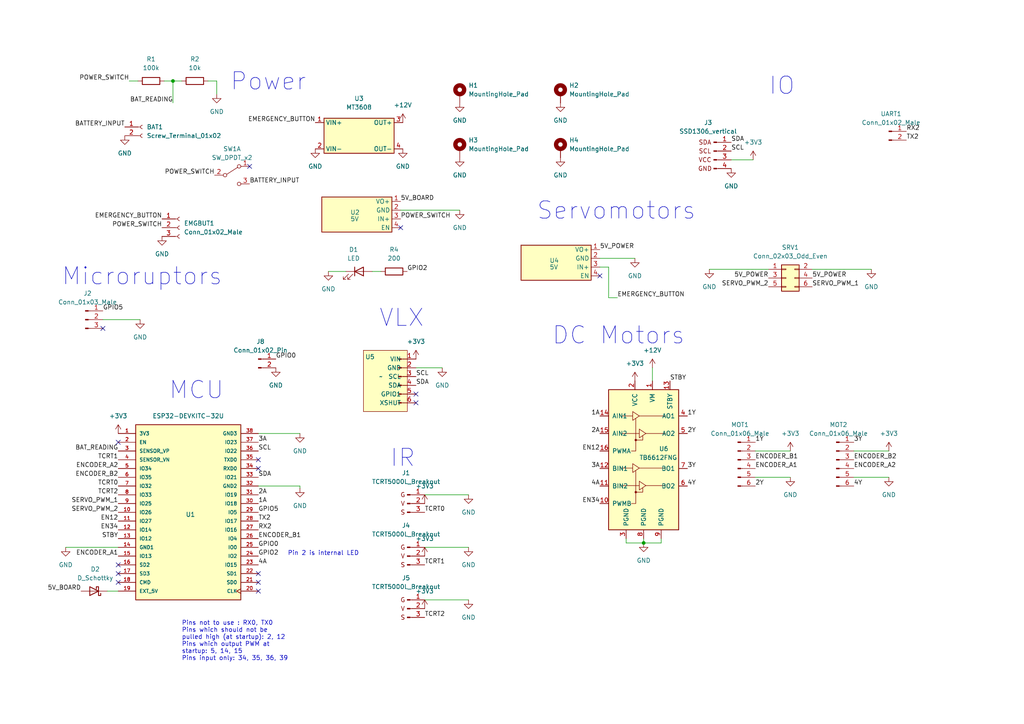
<source format=kicad_sch>
(kicad_sch (version 20230121) (generator eeschema)
  (paper "A4")
  (title_block (comment 1 "First version of stepper PAMI board (2023-10)"))
  (lib_symbols
    (symbol "Connector:Conn_01x02_Female" (pin_names (offset 1.016) hide)
      (property "Reference" "J" (at 0 2.54 0))
      (property "Value" "Conn_01x02_Female" (at 0 -5.08 0))
      (symbol "Conn_01x02_Female_1_1"
        (arc (start 0 -2.032) (mid -0.5058 -2.54) (end 0 -3.048) (stroke (width 0.1524)))
        (polyline (pts (xy -1.27 -2.54) (xy -0.508 -2.54)) (stroke (width 0.1524)))
        (polyline (pts (xy -1.27 0) (xy -0.508 0)) (stroke (width 0.1524)))
        (arc (start 0 0.508) (mid -0.5058 0) (end 0 -0.508) (stroke (width 0.1524)))
        (pin passive line (at -5.08 0 0) (length 3.81) (name "Pin_1") (number "1"))
        (pin passive line (at -5.08 -2.54 0) (length 3.81) (name "Pin_2") (number "2"))
      )
    )
    (symbol "Connector:Conn_01x02_Male" (pin_names (offset 1.016) hide)
      (property "Reference" "J" (at 0 2.54 0))
      (property "Value" "Conn_01x02_Male" (at 0 -5.08 0))
      (symbol "Conn_01x02_Male_1_1"
        (polyline (pts (xy 1.27 -2.54) (xy 0.8636 -2.54)) (stroke (width 0.1524)))
        (polyline (pts (xy 1.27 0) (xy 0.8636 0)) (stroke (width 0.1524)))
        (rectangle (start 0.8636 -2.413) (end 0 -2.667) (stroke (width 0.1524)) (fill (type outline)))
        (rectangle (start 0.8636 0.127) (end 0 -0.127) (stroke (width 0.1524)) (fill (type outline)))
        (pin passive line (at 5.08 0 180) (length 3.81) (name "Pin_1") (number "1"))
        (pin passive line (at 5.08 -2.54 180) (length 3.81) (name "Pin_2") (number "2"))
      )
    )
    (symbol "Connector:Conn_01x02_Pin" (pin_names (offset 1.016) hide)
      (property "Reference" "J" (at 0 2.54 0))
      (property "Value" "Conn_01x02_Pin" (at 0 -5.08 0))
      (symbol "Conn_01x02_Pin_1_1"
        (polyline (pts (xy 1.27 -2.54) (xy 0.8636 -2.54)) (stroke (width 0.1524)))
        (polyline (pts (xy 1.27 0) (xy 0.8636 0)) (stroke (width 0.1524)))
        (rectangle (start 0.8636 -2.413) (end 0 -2.667) (stroke (width 0.1524)) (fill (type outline)))
        (rectangle (start 0.8636 0.127) (end 0 -0.127) (stroke (width 0.1524)) (fill (type outline)))
        (pin passive line (at 5.08 0 180) (length 3.81) (name "Pin_1") (number "1"))
        (pin passive line (at 5.08 -2.54 180) (length 3.81) (name "Pin_2") (number "2"))
      )
    )
    (symbol "Connector:Conn_01x03_Female" (pin_names (offset 1.016) hide)
      (property "Reference" "J" (at 0 5.08 0))
      (property "Value" "Conn_01x03_Female" (at 0 -5.08 0))
      (symbol "Conn_01x03_Female_1_1"
        (arc (start 0 -2.032) (mid -0.5058 -2.54) (end 0 -3.048) (stroke (width 0.1524)))
        (polyline (pts (xy -1.27 -2.54) (xy -0.508 -2.54)) (stroke (width 0.1524)))
        (polyline (pts (xy -1.27 0) (xy -0.508 0)) (stroke (width 0.1524)))
        (polyline (pts (xy -1.27 2.54) (xy -0.508 2.54)) (stroke (width 0.1524)))
        (arc (start 0 0.508) (mid -0.5058 0) (end 0 -0.508) (stroke (width 0.1524)))
        (arc (start 0 3.048) (mid -0.5058 2.54) (end 0 2.032) (stroke (width 0.1524)))
        (pin passive line (at -5.08 2.54 0) (length 3.81) (name "Pin_1") (number "1"))
        (pin passive line (at -5.08 0 0) (length 3.81) (name "Pin_2") (number "2"))
        (pin passive line (at -5.08 -2.54 0) (length 3.81) (name "Pin_3") (number "3"))
      )
    )
    (symbol "Connector:Conn_01x03_Male" (pin_names (offset 1.016) hide)
      (property "Reference" "J" (at 0 5.08 0))
      (property "Value" "Conn_01x03_Male" (at 0 -5.08 0))
      (symbol "Conn_01x03_Male_1_1"
        (polyline (pts (xy 1.27 -2.54) (xy 0.8636 -2.54)) (stroke (width 0.1524)))
        (polyline (pts (xy 1.27 0) (xy 0.8636 0)) (stroke (width 0.1524)))
        (polyline (pts (xy 1.27 2.54) (xy 0.8636 2.54)) (stroke (width 0.1524)))
        (rectangle (start 0.8636 -2.413) (end 0 -2.667) (stroke (width 0.1524)) (fill (type outline)))
        (rectangle (start 0.8636 0.127) (end 0 -0.127) (stroke (width 0.1524)) (fill (type outline)))
        (rectangle (start 0.8636 2.667) (end 0 2.413) (stroke (width 0.1524)) (fill (type outline)))
        (pin passive line (at 5.08 2.54 180) (length 3.81) (name "Pin_1") (number "1"))
        (pin passive line (at 5.08 0 180) (length 3.81) (name "Pin_2") (number "2"))
        (pin passive line (at 5.08 -2.54 180) (length 3.81) (name "Pin_3") (number "3"))
      )
    )
    (symbol "Connector:Conn_01x06_Male" (pin_names (offset 1.016) hide)
      (property "Reference" "J" (at 0 7.62 0))
      (property "Value" "Conn_01x06_Male" (at 0 -10.16 0))
      (symbol "Conn_01x06_Male_1_1"
        (polyline (pts (xy 1.27 -7.62) (xy 0.8636 -7.62)) (stroke (width 0.1524)))
        (polyline (pts (xy 1.27 -5.08) (xy 0.8636 -5.08)) (stroke (width 0.1524)))
        (polyline (pts (xy 1.27 -2.54) (xy 0.8636 -2.54)) (stroke (width 0.1524)))
        (polyline (pts (xy 1.27 0) (xy 0.8636 0)) (stroke (width 0.1524)))
        (polyline (pts (xy 1.27 2.54) (xy 0.8636 2.54)) (stroke (width 0.1524)))
        (polyline (pts (xy 1.27 5.08) (xy 0.8636 5.08)) (stroke (width 0.1524)))
        (rectangle (start 0.8636 -7.493) (end 0 -7.747) (stroke (width 0.1524)) (fill (type outline)))
        (rectangle (start 0.8636 -4.953) (end 0 -5.207) (stroke (width 0.1524)) (fill (type outline)))
        (rectangle (start 0.8636 -2.413) (end 0 -2.667) (stroke (width 0.1524)) (fill (type outline)))
        (rectangle (start 0.8636 0.127) (end 0 -0.127) (stroke (width 0.1524)) (fill (type outline)))
        (rectangle (start 0.8636 2.667) (end 0 2.413) (stroke (width 0.1524)) (fill (type outline)))
        (rectangle (start 0.8636 5.207) (end 0 4.953) (stroke (width 0.1524)) (fill (type outline)))
        (pin passive line (at 5.08 5.08 180) (length 3.81) (name "Pin_1") (number "1"))
        (pin passive line (at 5.08 2.54 180) (length 3.81) (name "Pin_2") (number "2"))
        (pin passive line (at 5.08 0 180) (length 3.81) (name "Pin_3") (number "3"))
        (pin passive line (at 5.08 -2.54 180) (length 3.81) (name "Pin_4") (number "4"))
        (pin passive line (at 5.08 -5.08 180) (length 3.81) (name "Pin_5") (number "5"))
        (pin passive line (at 5.08 -7.62 180) (length 3.81) (name "Pin_6") (number "6"))
      )
    )
    (symbol "Connector_Generic:Conn_02x03_Odd_Even" (pin_names (offset 1.016) hide)
      (property "Reference" "J" (at 1.27 5.08 0))
      (property "Value" "Conn_02x03_Odd_Even" (at 1.27 -5.08 0))
      (symbol "Conn_02x03_Odd_Even_1_1"
        (rectangle (start -1.27 -2.413) (end 0 -2.667) (stroke (width 0.1524)))
        (rectangle (start -1.27 0.127) (end 0 -0.127) (stroke (width 0.1524)))
        (rectangle (start -1.27 2.667) (end 0 2.413) (stroke (width 0.1524)))
        (rectangle (start -1.27 3.81) (end 3.81 -3.81) (stroke (width 0.254)) (fill (type background)))
        (rectangle (start 3.81 -2.413) (end 2.54 -2.667) (stroke (width 0.1524)))
        (rectangle (start 3.81 0.127) (end 2.54 -0.127) (stroke (width 0.1524)))
        (rectangle (start 3.81 2.667) (end 2.54 2.413) (stroke (width 0.1524)))
        (pin passive line (at -5.08 2.54 0) (length 3.81) (name "Pin_1") (number "1"))
        (pin passive line (at 7.62 2.54 180) (length 3.81) (name "Pin_2") (number "2"))
        (pin passive line (at -5.08 0 0) (length 3.81) (name "Pin_3") (number "3"))
        (pin passive line (at 7.62 0 180) (length 3.81) (name "Pin_4") (number "4"))
        (pin passive line (at -5.08 -2.54 0) (length 3.81) (name "Pin_5") (number "5"))
        (pin passive line (at 7.62 -2.54 180) (length 3.81) (name "Pin_6") (number "6"))
      )
    )
    (symbol "Device:D_Schottky" (pin_numbers hide) (pin_names (offset 1.016) hide)
      (property "Reference" "D" (at 0 2.54 0))
      (property "Value" "D_Schottky" (at 0 -2.54 0))
      (symbol "D_Schottky_0_1"
        (polyline (pts (xy 1.27 0) (xy -1.27 0)))
        (polyline (pts (xy 1.27 1.27) (xy 1.27 -1.27) (xy -1.27 0) (xy 1.27 1.27)) (stroke (width 0.254)))
        (polyline (pts (xy -1.905 0.635) (xy -1.905 1.27) (xy -1.27 1.27) (xy -1.27 -1.27) (xy -0.635 -1.27) (xy -0.635 -0.635)) (stroke (width 0.254)))
      )
      (symbol "D_Schottky_1_1"
        (pin passive line (at -3.81 0 0) (length 2.54) (name "K") (number "1"))
        (pin passive line (at 3.81 0 180) (length 2.54) (name "A") (number "2"))
      )
    )
    (symbol "Device:LED" (pin_numbers hide) (pin_names (offset 1.016) hide)
      (property "Reference" "D" (at 0 2.54 0))
      (property "Value" "LED" (at 0 -2.54 0))
      (symbol "LED_0_1"
        (polyline (pts (xy -1.27 -1.27) (xy -1.27 1.27)) (stroke (width 0.254)))
        (polyline (pts (xy -1.27 0) (xy 1.27 0)))
        (polyline (pts (xy 1.27 -1.27) (xy 1.27 1.27) (xy -1.27 0) (xy 1.27 -1.27)) (stroke (width 0.254)))
        (polyline (pts (xy -3.048 -0.762) (xy -4.572 -2.286) (xy -3.81 -2.286) (xy -4.572 -2.286) (xy -4.572 -1.524)))
        (polyline (pts (xy -1.778 -0.762) (xy -3.302 -2.286) (xy -2.54 -2.286) (xy -3.302 -2.286) (xy -3.302 -1.524)))
      )
      (symbol "LED_1_1"
        (pin passive line (at -3.81 0 0) (length 2.54) (name "K") (number "1"))
        (pin passive line (at 3.81 0 180) (length 2.54) (name "A") (number "2"))
      )
    )
    (symbol "Device:R" (pin_numbers hide) (pin_names (offset 0))
      (property "Reference" "R" (at 2.032 0 90))
      (property "Value" "R" (at 0 0 90))
      (symbol "R_0_1"
        (rectangle (start -1.016 -2.54) (end 1.016 2.54) (stroke (width 0.254)))
      )
      (symbol "R_1_1"
        (pin passive line (at 0 3.81 270) (length 1.27) (name "~") (number "1"))
        (pin passive line (at 0 -3.81 90) (length 1.27) (name "~") (number "2"))
      )
    )
    (symbol "ESP32-DEVKITC-32U:ESP32-DEVKITC-32U" (pin_names (offset 1.016))
      (property "Reference" "U" (at -15.2572 26.0643 0))
      (property "Value" "ESP32-DEVKITC-32U" (at -15.2563 -27.9698 0))
      (symbol "ESP32-DEVKITC-32U_0_0"
        (rectangle (start -15.24 -25.4) (end 15.24 25.4) (stroke (width 0.254)) (fill (type background)))
        (pin power_in line (at -20.32 22.86 0) (length 5.08) (name "3V3") (number "1"))
        (pin bidirectional line (at -20.32 0 0) (length 5.08) (name "IO26") (number "10"))
        (pin bidirectional line (at -20.32 -2.54 0) (length 5.08) (name "IO27") (number "11"))
        (pin bidirectional line (at -20.32 -5.08 0) (length 5.08) (name "IO14") (number "12"))
        (pin bidirectional line (at -20.32 -7.62 0) (length 5.08) (name "IO12") (number "13"))
        (pin power_in line (at -20.32 -10.16 0) (length 5.08) (name "GND1") (number "14"))
        (pin bidirectional line (at -20.32 -12.7 0) (length 5.08) (name "IO13") (number "15"))
        (pin bidirectional line (at -20.32 -15.24 0) (length 5.08) (name "SD2") (number "16"))
        (pin bidirectional line (at -20.32 -17.78 0) (length 5.08) (name "SD3") (number "17"))
        (pin bidirectional line (at -20.32 -20.32 0) (length 5.08) (name "CMD") (number "18"))
        (pin power_in line (at -20.32 -22.86 0) (length 5.08) (name "EXT_5V") (number "19"))
        (pin input line (at -20.32 20.32 0) (length 5.08) (name "EN") (number "2"))
        (pin input clock (at 20.32 -22.86 180) (length 5.08) (name "CLK") (number "20"))
        (pin bidirectional line (at 20.32 -20.32 180) (length 5.08) (name "SD0") (number "21"))
        (pin bidirectional line (at 20.32 -17.78 180) (length 5.08) (name "SD1") (number "22"))
        (pin bidirectional line (at 20.32 -15.24 180) (length 5.08) (name "IO15") (number "23"))
        (pin bidirectional line (at 20.32 -12.7 180) (length 5.08) (name "IO2") (number "24"))
        (pin bidirectional line (at 20.32 -10.16 180) (length 5.08) (name "IO0") (number "25"))
        (pin bidirectional line (at 20.32 -7.62 180) (length 5.08) (name "IO4") (number "26"))
        (pin bidirectional line (at 20.32 -5.08 180) (length 5.08) (name "IO16") (number "27"))
        (pin bidirectional line (at 20.32 -2.54 180) (length 5.08) (name "IO17") (number "28"))
        (pin bidirectional line (at 20.32 0 180) (length 5.08) (name "IO5") (number "29"))
        (pin input line (at -20.32 17.78 0) (length 5.08) (name "SENSOR_VP") (number "3"))
        (pin bidirectional line (at 20.32 2.54 180) (length 5.08) (name "IO18") (number "30"))
        (pin bidirectional line (at 20.32 5.08 180) (length 5.08) (name "IO19") (number "31"))
        (pin power_in line (at 20.32 7.62 180) (length 5.08) (name "GND2") (number "32"))
        (pin bidirectional line (at 20.32 10.16 180) (length 5.08) (name "IO21") (number "33"))
        (pin input line (at 20.32 12.7 180) (length 5.08) (name "RXD0") (number "34"))
        (pin output line (at 20.32 15.24 180) (length 5.08) (name "TXD0") (number "35"))
        (pin bidirectional line (at 20.32 17.78 180) (length 5.08) (name "IO22") (number "36"))
        (pin bidirectional line (at 20.32 20.32 180) (length 5.08) (name "IO23") (number "37"))
        (pin power_in line (at 20.32 22.86 180) (length 5.08) (name "GND3") (number "38"))
        (pin input line (at -20.32 15.24 0) (length 5.08) (name "SENSOR_VN") (number "4"))
        (pin bidirectional line (at -20.32 12.7 0) (length 5.08) (name "IO34") (number "5"))
        (pin bidirectional line (at -20.32 10.16 0) (length 5.08) (name "IO35") (number "6"))
        (pin bidirectional line (at -20.32 7.62 0) (length 5.08) (name "IO32") (number "7"))
        (pin bidirectional line (at -20.32 5.08 0) (length 5.08) (name "IO33") (number "8"))
        (pin bidirectional line (at -20.32 2.54 0) (length 5.08) (name "IO25") (number "9"))
      )
    )
    (symbol "Mechanical:MountingHole_Pad" (pin_numbers hide) (pin_names (offset 1.016) hide)
      (property "Reference" "H" (at 0 6.35 0))
      (property "Value" "MountingHole_Pad" (at 0 4.445 0))
      (symbol "MountingHole_Pad_0_1"
        (circle (center 0 1.27) (radius 1.27) (stroke (width 1.27)))
      )
      (symbol "MountingHole_Pad_1_1"
        (pin input line (at 0 -2.54 90) (length 2.54) (name "1") (number "1"))
      )
    )
    (symbol "MiAM_ESP32:MT3608"
      (property "Reference" "U" (at 0 0 0))
      (property "Value" "MT3608" (at 0 0 0))
      (symbol "MT3608_0_1"
        (rectangle (start -10.16 5.08) (end 10.16 -5.08) (stroke (width 0.254)) (fill (type background)))
      )
      (symbol "MT3608_1_1"
        (pin power_in line (at -12.7 3.81 0) (length 2.54) (name "VIN+") (number "1"))
        (pin passive line (at -12.7 -3.81 0) (length 2.54) (name "VIN-") (number "2"))
        (pin power_out line (at 12.7 3.81 180) (length 2.54) (name "OUT+") (number "3"))
        (pin passive line (at 12.7 -3.81 180) (length 2.54) (name "OUT-") (number "4"))
      )
    )
    (symbol "MiAM_ESP32:SSD1306_vertical" (pin_names (offset 1.016) hide)
      (property "Reference" "J" (at 0 5.08 0))
      (property "Value" "SSD1306_vertical" (at 0 -7.62 0))
      (symbol "SSD1306_vertical_1_1"
        (polyline (pts (xy 1.27 -5.08) (xy 0.8636 -5.08)) (stroke (width 0.1524)))
        (polyline (pts (xy 1.27 -2.54) (xy 0.8636 -2.54)) (stroke (width 0.1524)))
        (polyline (pts (xy 1.27 0) (xy 0.8636 0)) (stroke (width 0.1524)))
        (polyline (pts (xy 1.27 2.54) (xy 0.8636 2.54)) (stroke (width 0.1524)))
        (rectangle (start 0.8636 -4.953) (end 0 -5.207) (stroke (width 0.1524)) (fill (type outline)))
        (rectangle (start 0.8636 -2.413) (end 0 -2.667) (stroke (width 0.1524)) (fill (type outline)))
        (rectangle (start 0.8636 0.127) (end 0 -0.127) (stroke (width 0.1524)) (fill (type outline)))
        (rectangle (start 0.8636 2.667) (end 0 2.413) (stroke (width 0.1524)) (fill (type outline)))
        (text "GND" (at -2.54 -5.08 0) (effects (font (size 1.27 1.27))))
        (text "SCL" (at -2.54 0 0) (effects (font (size 1.27 1.27))))
        (text "SDA" (at -2.54 2.54 0) (effects (font (size 1.27 1.27))))
        (text "VCC" (at -2.54 -2.54 0) (effects (font (size 1.27 1.27))))
        (pin passive line (at 5.08 2.54 180) (length 3.81) (name "SDA") (number "1"))
        (pin passive line (at 5.08 0 180) (length 3.81) (name "SCL") (number "2"))
        (pin passive line (at 5.08 -2.54 180) (length 3.81) (name "VCC") (number "3"))
        (pin passive line (at 5.08 -5.08 180) (length 3.81) (name "GND") (number "4"))
      )
    )
    (symbol "MiAM_ESP32:TB6612FNG" (pin_names (offset 1.016))
      (property "Reference" "U" (at -5.08 26.035 0))
      (property "Value" "TB6612FNG" (at -5.08 24.13 0))
      (symbol "TB6612FNG_0_1"
        (rectangle (start -10.16 22.86) (end 10.16 -17.78) (stroke (width 0.254)) (fill (type background)))
        (circle (center -2.286 -6.858) (radius 0.254) (fill (type outline)))
        (circle (center -2.286 8.255) (radius 0.254) (fill (type outline)))
        (polyline (pts (xy -6.35 -4.953) (xy -1.27 -4.953)))
        (polyline (pts (xy -6.35 0.127) (xy -3.175 0.127)))
        (polyline (pts (xy -6.35 10.16) (xy -1.27 10.16)))
        (polyline (pts (xy -6.35 15.24) (xy -3.175 15.24)))
        (polyline (pts (xy -1.27 0.127) (xy 6.35 0.127)))
        (polyline (pts (xy -1.27 15.24) (xy 6.35 15.24)))
        (polyline (pts (xy 0.635 -4.953) (xy 6.35 -4.953)))
        (polyline (pts (xy 0.635 10.16) (xy 6.35 10.16)))
        (polyline (pts (xy -2.286 -6.858) (xy -0.254 -6.858) (xy -0.254 -5.588)))
        (polyline (pts (xy -2.286 -0.635) (xy -2.286 -10.16) (xy -3.556 -10.16)))
        (polyline (pts (xy -2.286 8.255) (xy -0.254 8.255) (xy -0.254 9.525)))
        (polyline (pts (xy -2.286 14.478) (xy -2.286 5.08) (xy -3.556 5.08)))
        (polyline (pts (xy -3.175 1.397) (xy -3.175 -1.143) (xy -1.27 0.127) (xy -3.175 1.397)))
        (polyline (pts (xy -3.175 16.51) (xy -3.175 13.97) (xy -1.27 15.24) (xy -3.175 16.51)))
        (polyline (pts (xy -1.27 -3.683) (xy -1.27 -6.223) (xy 0.635 -4.953) (xy -1.27 -3.683)))
        (polyline (pts (xy -1.27 11.43) (xy -1.27 8.89) (xy 0.635 10.16) (xy -1.27 11.43)))
      )
      (symbol "TB6612FNG_1_1"
        (pin power_in line (at 2.54 25.4 270) (length 2.54) (name "VM") (number "1"))
        (pin input line (at -12.7 -10.16 0) (length 2.54) (name "PWMB") (number "10"))
        (pin input line (at -12.7 -5.08 0) (length 2.54) (name "BIN2") (number "11"))
        (pin input line (at -12.7 0 0) (length 2.54) (name "BIN1") (number "12"))
        (pin input line (at 7.62 25.4 270) (length 2.54) (name "STBY") (number "13"))
        (pin input line (at -12.7 15.24 0) (length 2.54) (name "AIN1") (number "14"))
        (pin input line (at -12.7 10.16 0) (length 2.54) (name "AIN2") (number "15"))
        (pin input line (at -12.7 5.08 0) (length 2.54) (name "PWMA") (number "16"))
        (pin power_in line (at -2.54 25.4 270) (length 2.54) (name "VCC") (number "2"))
        (pin power_in line (at -5.08 -20.32 90) (length 2.54) (name "PGND") (number "3"))
        (pin output line (at 12.7 15.24 180) (length 2.54) (name "AO1") (number "4"))
        (pin output line (at 12.7 10.16 180) (length 2.54) (name "AO2") (number "5"))
        (pin output line (at 12.7 -5.08 180) (length 2.54) (name "BO2") (number "6"))
        (pin output line (at 12.7 0 180) (length 2.54) (name "BO1") (number "7"))
        (pin power_in line (at 0 -20.32 90) (length 2.54) (name "PGND") (number "8"))
        (pin power_in line (at 5.08 -20.32 90) (length 2.54) (name "PGND") (number "9"))
      )
    )
    (symbol "MiAM_ESP32:TCRT5000L_Breakout" (pin_names (offset 1.016) hide)
      (property "Reference" "J" (at 0 5.08 0))
      (property "Value" "TCRT5000L_Breakout" (at 0 -5.08 0))
      (symbol "TCRT5000L_Breakout_1_1"
        (polyline (pts (xy 1.27 -2.54) (xy 0.8636 -2.54)) (stroke (width 0.1524)))
        (polyline (pts (xy 1.27 0) (xy 0.8636 0)) (stroke (width 0.1524)))
        (polyline (pts (xy 1.27 2.54) (xy 0.8636 2.54)) (stroke (width 0.1524)))
        (rectangle (start 0.8636 -2.413) (end 0 -2.667) (stroke (width 0.1524)) (fill (type outline)))
        (rectangle (start 0.8636 0.127) (end 0 -0.127) (stroke (width 0.1524)) (fill (type outline)))
        (rectangle (start 0.8636 2.667) (end 0 2.413) (stroke (width 0.1524)) (fill (type outline)))
        (text "G" (at -1.27 2.54 0) (effects (font (size 1.27 1.27))))
        (text "S" (at -1.27 -2.54 0) (effects (font (size 1.27 1.27))))
        (text "V" (at -1.27 0 0) (effects (font (size 1.27 1.27))))
        (pin passive line (at 5.08 2.54 180) (length 3.81) (name "G") (number "1"))
        (pin passive line (at 5.08 0 180) (length 3.81) (name "V") (number "2"))
        (pin passive line (at 5.08 -2.54 180) (length 3.81) (name "S") (number "3"))
      )
    )
    (symbol "MiAM_ESP32:VL53L01XV2"
      (property "Reference" "U" (at 0 0 0))
      (symbol "VL53L01XV2_1_1"
        (rectangle (start -5.08 7.62) (end 7.62 -10.16) (fill (type background)))
        (polyline (pts (xy 6.35 -7.62) (xy 5.9436 -7.62)) (stroke (width 0.1524)))
        (polyline (pts (xy 6.35 -5.08) (xy 5.9436 -5.08)) (stroke (width 0.1524)))
        (polyline (pts (xy 6.35 -2.54) (xy 5.9436 -2.54)) (stroke (width 0.1524)))
        (polyline (pts (xy 6.35 0) (xy 5.9436 0)) (stroke (width 0.1524)))
        (polyline (pts (xy 6.35 2.54) (xy 5.9436 2.54)) (stroke (width 0.1524)))
        (polyline (pts (xy 6.35 5.08) (xy 5.9436 5.08)) (stroke (width 0.1524)))
        (rectangle (start 5.9436 -7.493) (end 5.08 -7.747) (stroke (width 0.1524)) (fill (type outline)))
        (rectangle (start 5.9436 -4.953) (end 5.08 -5.207) (stroke (width 0.1524)) (fill (type outline)))
        (rectangle (start 5.9436 -2.413) (end 5.08 -2.667) (stroke (width 0.1524)) (fill (type outline)))
        (rectangle (start 5.9436 0.127) (end 5.08 -0.127) (stroke (width 0.1524)) (fill (type outline)))
        (rectangle (start 5.9436 2.667) (end 5.08 2.413) (stroke (width 0.1524)) (fill (type outline)))
        (rectangle (start 5.9436 5.207) (end 5.08 4.953) (stroke (width 0.1524)) (fill (type outline)))
        (pin passive line (at 10.16 5.08 180) (length 3.81) (name "VIN") (number "1"))
        (pin passive line (at 10.16 2.54 180) (length 3.81) (name "GND") (number "2"))
        (pin passive line (at 10.16 0 180) (length 3.81) (name "SCL") (number "3"))
        (pin passive line (at 10.16 -2.54 180) (length 3.81) (name "SDA") (number "4"))
        (pin passive line (at 10.16 -5.08 180) (length 3.81) (name "GPIO1") (number "5"))
        (pin passive line (at 10.16 -7.62 180) (length 3.81) (name "XSHUT") (number "6"))
      )
    )
    (symbol "MiAM_ESP32:VoltageRegulator"
      (property "Reference" "U" (at -2.54 10.16 0))
      (property "Value" "VoltageRegulator" (at -2.54 7.62 0))
      (symbol "VoltageRegulator_0_1"
        (rectangle (start -10.16 5.08) (end 10.16 -5.08) (stroke (width 0.254)) (fill (type background)))
      )
      (symbol "VoltageRegulator_1_1"
        (pin power_out line (at 12.7 3.81 180) (length 2.54) (name "VO+") (number "1"))
        (pin passive line (at 12.7 1.27 180) (length 2.54) (name "GND") (number "2"))
        (pin power_in line (at 12.7 -1.27 180) (length 2.54) (name "IN+") (number "3"))
        (pin input line (at 12.7 -3.81 180) (length 2.54) (name "EN") (number "4"))
      )
    )
    (symbol "Switch:SW_DPDT_x2" (pin_names (offset 0) hide)
      (property "Reference" "SW" (at 0 4.318 0))
      (property "Value" "SW_DPDT_x2" (at 0 -5.08 0))
      (symbol "SW_DPDT_x2_0_0"
        (circle (center -2.032 0) (radius 0.508))
        (circle (center 2.032 -2.54) (radius 0.508))
      )
      (symbol "SW_DPDT_x2_0_1"
        (polyline (pts (xy -1.524 0.254) (xy 1.651 2.286)))
        (circle (center 2.032 2.54) (radius 0.508))
      )
      (symbol "SW_DPDT_x2_1_1"
        (pin passive line (at 5.08 2.54 180) (length 2.54) (name "A") (number "1"))
        (pin passive line (at -5.08 0 0) (length 2.54) (name "B") (number "2"))
        (pin passive line (at 5.08 -2.54 180) (length 2.54) (name "C") (number "3"))
      )
      (symbol "SW_DPDT_x2_2_1"
        (pin passive line (at 5.08 2.54 180) (length 2.54) (name "A") (number "4"))
        (pin passive line (at -5.08 0 0) (length 2.54) (name "B") (number "5"))
        (pin passive line (at 5.08 -2.54 180) (length 2.54) (name "C") (number "6"))
      )
    )
    (symbol "power:+12V" (power) (pin_names (offset 0))
      (property "Value" "+12V" (at 0 3.556 0))
      (symbol "+12V_0_1"
        (polyline (pts (xy -0.762 1.27) (xy 0 2.54)))
        (polyline (pts (xy 0 0) (xy 0 2.54)))
        (polyline (pts (xy 0 2.54) (xy 0.762 1.27)))
      )
      (symbol "+12V_1_1"
        (pin power_in line (at 0 0 90) (length 0) hide (name "+12V") (number "1"))
      )
    )
    (symbol "power:+3V3" (power) (pin_names (offset 0))
      (property "Value" "+3V3" (at 0 3.556 0))
      (symbol "+3V3_0_1"
        (polyline (pts (xy -0.762 1.27) (xy 0 2.54)))
        (polyline (pts (xy 0 0) (xy 0 2.54)))
        (polyline (pts (xy 0 2.54) (xy 0.762 1.27)))
      )
      (symbol "+3V3_1_1"
        (pin power_in line (at 0 0 90) (length 0) hide (name "+3V3") (number "1"))
      )
    )
    (symbol "power:GND" (power) (pin_names (offset 0))
      (property "Value" "GND" (at 0 -3.81 0))
      (symbol "GND_0_1"
        (polyline (pts (xy 0 0) (xy 0 -1.27) (xy 1.27 -1.27) (xy 0 -2.54) (xy -1.27 -1.27) (xy 0 -1.27)))
      )
      (symbol "GND_1_1"
        (pin power_in line (at 0 0 270) (length 0) hide (name "GND") (number "1"))
      )
    )
  )
  (junction (at 186.69 157.48))
  (junction (at 50.165 23.495))
  (no_connect (at 74.93 135.89))
  (no_connect (at 74.93 166.37))
  (no_connect (at 173.99 80.01))
  (no_connect (at 74.93 133.35))
  (no_connect (at 120.65 116.84))
  (no_connect (at 34.29 163.83))
  (no_connect (at 72.39 48.26))
  (no_connect (at 29.845 95.25))
  (no_connect (at 74.93 168.91))
  (no_connect (at 34.29 168.91))
  (no_connect (at 116.205 66.04))
  (no_connect (at 34.29 128.27))
  (no_connect (at 34.29 166.37))
  (no_connect (at 120.65 114.3))
  (no_connect (at 74.93 171.45))
  (wire (pts (xy 123.19 158.75) (xy 135.89 158.75)))
  (wire (pts (xy 116.205 60.96) (xy 133.35 60.96)))
  (wire (pts (xy 176.53 77.47) (xy 176.53 86.36)))
  (wire (pts (xy 60.325 23.495) (xy 62.865 23.495)))
  (wire (pts (xy 107.95 78.74) (xy 110.49 78.74)))
  (wire (pts (xy 47.625 23.495) (xy 50.165 23.495)))
  (wire (pts (xy 86.995 141.605) (xy 86.995 140.97)))
  (wire (pts (xy 189.23 106.68) (xy 189.23 110.49)))
  (wire (pts (xy 247.65 138.43) (xy 257.81 138.43)))
  (wire (pts (xy 123.19 143.51) (xy 135.89 143.51)))
  (wire (pts (xy 212.09 46.355) (xy 218.44 46.355)))
  (wire (pts (xy 50.165 23.495) (xy 50.165 29.845)))
  (wire (pts (xy 120.65 106.68) (xy 128.27 106.68)))
  (wire (pts (xy 95.25 78.74) (xy 100.33 78.74)))
  (wire (pts (xy 86.995 140.97) (xy 74.93 140.97)))
  (wire (pts (xy 191.77 157.48) (xy 191.77 156.21)))
  (wire (pts (xy 205.74 78.105) (xy 222.885 78.105)))
  (wire (pts (xy 74.93 125.73) (xy 86.995 125.73)))
  (wire (pts (xy 181.61 157.48) (xy 181.61 156.21)))
  (wire (pts (xy 186.69 156.21) (xy 186.69 157.48)))
  (wire (pts (xy 219.075 130.81) (xy 229.235 130.81)))
  (wire (pts (xy 123.19 173.99) (xy 135.89 173.99)))
  (wire (pts (xy 52.705 23.495) (xy 50.165 23.495)))
  (wire (pts (xy 19.05 158.75) (xy 34.29 158.75)))
  (wire (pts (xy 31.115 171.45) (xy 34.29 171.45)))
  (wire (pts (xy 181.61 157.48) (xy 186.69 157.48)))
  (wire (pts (xy 173.99 77.47) (xy 176.53 77.47)))
  (wire (pts (xy 247.65 130.81) (xy 257.81 130.81)))
  (wire (pts (xy 186.69 157.48) (xy 191.77 157.48)))
  (wire (pts (xy 37.465 23.495) (xy 40.005 23.495)))
  (wire (pts (xy 219.075 138.43) (xy 229.235 138.43)))
  (wire (pts (xy 235.585 78.105) (xy 252.73 78.105)))
  (wire (pts (xy 62.865 23.495) (xy 62.865 27.305)))
  (wire (pts (xy 176.53 86.36) (xy 179.07 86.36)))
  (wire (pts (xy 29.845 92.71) (xy 40.64 92.71)))
  (wire (pts (xy 173.99 74.93) (xy 184.15 74.93)))
  (text "Pins not to use : RX0, TX0\nPins which should not be \npulled high (at startup): 2, 12\nPins which output PWM at\nstartup: 5, 14, 15\nPins input only: 34, 35, 36, 39" (at 52.705 191.77 0) (effects (font (size 1.27 1.27)) (justify left bottom)))
  (text "Power" (at 66.675 26.67 0) (effects (font (size 5 5)) (justify left bottom)))
  (text "MCU" (at 48.895 116.205 0) (effects (font (size 5 5)) (justify left bottom)))
  (text "IR" (at 113.03 135.89 0) (effects (font (size 5 5)) (justify left bottom)))
  (text "IO" (at 222.885 27.94 0) (effects (font (size 5 5)) (justify left bottom)))
  (text "Microruptors" (at 17.78 83.185 0) (effects (font (size 5 5)) (justify left bottom)))
  (text "Pin 2 is internal LED" (at 104.14 161.29 0) (effects (font (size 1.27 1.27)) (justify right bottom)))
  (text "VLX" (at 109.855 95.25 0) (effects (font (size 5 5)) (justify left bottom)))
  (text "DC Motors" (at 160.02 100.33 0) (effects (font (size 5 5)) (justify left bottom)))
  (text "Servomotors" (at 155.575 64.135 0) (effects (font (size 5 5)) (justify left bottom)))
  (label "SERVO_PWM_1" (at 34.29 146.05 180))
  (label "ENCODER_A2" (at 247.65 135.89 0))
  (label "3A" (at 74.93 128.27 0))
  (label "BAT_READING" (at 34.29 130.81 180))
  (label "ENCODER_B1" (at 219.075 133.35 0))
  (label "1A" (at 74.93 146.05 0))
  (label "EN34" (at 34.29 153.67 180))
  (label "ENCODER_A2" (at 34.29 135.89 180))
  (label "BATTERY_INPUT" (at 72.39 53.34 0))
  (label "GPIO0" (at 80.01 104.14 0))
  (label "5V_BOARD" (at 23.495 171.45 180))
  (label "RX2" (at 74.93 153.67 0))
  (label "SCL" (at 120.65 109.22 0))
  (label "GPIO5" (at 74.93 148.59 0))
  (label "TX2" (at 262.89 40.64 0))
  (label "5V_POWER" (at 235.585 80.645 0))
  (label "EMERGENCY_BUTTON" (at 179.07 86.36 0))
  (label "5V_POWER" (at 173.99 72.39 0))
  (label "GPIO0" (at 74.93 158.75 0))
  (label "TCRT1" (at 34.29 133.35 180))
  (label "EMERGENCY_BUTTON" (at 46.99 63.5 180))
  (label "ENCODER_B2" (at 247.65 133.35 0))
  (label "EN12" (at 34.29 151.13 180))
  (label "ENCODER_B2" (at 34.29 138.43 180))
  (label "1Y" (at 219.075 128.27 0))
  (label "3Y" (at 199.39 135.89 0))
  (label "BAT_READING" (at 50.165 29.845 180))
  (label "SDA" (at 212.09 41.275 0))
  (label "2A" (at 173.99 125.73 180))
  (label "TCRT2" (at 34.29 143.51 180))
  (label "ENCODER_A1" (at 219.075 135.89 0))
  (label "STBY" (at 34.29 156.21 180))
  (label "4Y" (at 247.65 140.97 0))
  (label "POWER_SWITCH" (at 62.23 50.8 180))
  (label "GPIO2" (at 118.11 78.74 0))
  (label "1A" (at 173.99 120.65 180))
  (label "ENCODER_A1" (at 34.29 161.29 180))
  (label "GPIO5" (at 29.845 90.17 0))
  (label "TCRT1" (at 123.19 163.83 0))
  (label "2A" (at 74.93 143.51 0))
  (label "STBY" (at 194.31 110.49 0))
  (label "SERVO_PWM_2" (at 34.29 148.59 180))
  (label "SCL" (at 212.09 43.815 0))
  (label "SDA" (at 74.93 138.43 0))
  (label "EN34" (at 173.99 146.05 180))
  (label "GPIO2" (at 74.93 161.29 0))
  (label "TCRT0" (at 123.19 148.59 0))
  (label "SERVO_PWM_2" (at 222.885 83.185 180))
  (label "2Y" (at 219.075 140.97 0))
  (label "RX2" (at 262.89 38.1 0))
  (label "3Y" (at 247.65 128.27 0))
  (label "5V_BOARD" (at 116.205 58.42 0))
  (label "EN12" (at 173.99 130.81 180))
  (label "TCRT2" (at 123.19 179.07 0))
  (label "4A" (at 173.99 140.97 180))
  (label "1Y" (at 199.39 120.65 0))
  (label "SDA" (at 120.65 111.76 0))
  (label "4A" (at 74.93 163.83 0))
  (label "TX2" (at 74.93 151.13 0))
  (label "ENCODER_B1" (at 74.93 156.21 0))
  (label "3A" (at 173.99 135.89 180))
  (label "5V_POWER" (at 222.885 80.645 180))
  (label "SERVO_PWM_1" (at 235.585 83.185 0))
  (label "2Y" (at 199.39 125.73 0))
  (label "SCL" (at 74.93 130.81 0))
  (label "POWER_SWITCH" (at 116.205 63.5 0))
  (label "TCRT0" (at 34.29 140.97 180))
  (label "4Y" (at 199.39 140.97 0))
  (label "POWER_SWITCH" (at 37.465 23.495 180))
  (label "BATTERY_INPUT" (at 36.195 36.83 180))
  (label "POWER_SWITCH" (at 46.99 66.04 180))
  (label "EMERGENCY_BUTTON" (at 91.44 35.56 180))
  (symbol (lib_id "power:GND") (at 162.56 29.845 0) (unit 1)
    (property "Reference" "#PWR014" (effects hide))
    (property "Value" "GND" (at 162.56 34.925 0))
  )
  (symbol (lib_id "Connector:Conn_01x06_Male") (at 213.995 133.35 0) (unit 1)
    (property "Reference" "MOT1" (at 214.63 123.19 0))
    (property "Value" "Conn_01x06_Male" (at 214.63 125.73 0))
    (property "Footprint" "Connector_PinHeader_2.54mm:PinHeader_1x06_P2.54mm_Vertical" (effects hide))
  )
  (symbol (lib_id "Connector:Conn_01x02_Pin") (at 74.93 104.14 0) (unit 1)
    (property "Reference" "J8" (at 75.565 99.06 0))
    (property "Value" "Conn_01x02_Pin" (at 75.565 101.6 0))
    (property "Footprint" "Connector_PinHeader_2.54mm:PinHeader_1x02_P2.54mm_Vertical" (effects hide))
  )
  (symbol (lib_id "MiAM_ESP32:VL53L01XV2") (at 110.49 109.22 0) (unit 1)
    (property "Reference" "U5" (at 107.315 103.505 0))
    (property "Value" "~" (at 110.49 109.22 0))
    (property "Footprint" "Connector_PinHeader_2.54mm:PinHeader_1x06_P2.54mm_Vertical" (effects hide))
  )
  (symbol (lib_id "power:GND") (at 184.15 74.93 0) (unit 1)
    (property "Reference" "#PWR036" (effects hide))
    (property "Value" "GND" (at 184.15 80.01 0))
  )
  (symbol (lib_id "MiAM_ESP32:SSD1306_vertical") (at 207.01 43.815 0) (unit 1)
    (property "Reference" "J3" (at 205.3899 35.56 0))
    (property "Value" "SSD1306_vertical" (at 205.3899 38.1 0))
    (property "Footprint" "MiAM_ESP32_Footprints:SSD1306_vertical" (effects hide))
  )
  (symbol (lib_id "Mechanical:MountingHole_Pad") (at 162.56 27.305 0) (unit 1)
    (property "Reference" "H2" (at 165.1 24.765 0) (effects (justify left)))
    (property "Value" "MountingHole_Pad" (at 165.1 27.305 0) (effects (justify left)))
    (property "Footprint" "MountingHole:MountingHole_3.2mm_M3_DIN965_Pad" (effects hide))
  )
  (symbol (lib_id "MiAM_ESP32:MT3608") (at 104.14 39.37 0) (unit 1)
    (property "Reference" "U3" (at 104.14 28.575 0))
    (property "Value" "MT3608" (at 104.14 31.115 0))
    (property "Footprint" "MiAM_ESP32_Footprints:MT3608" (effects hide))
  )
  (symbol (lib_id "power:+3V3") (at 184.15 110.49 0) (unit 1)
    (property "Reference" "#PWR03" (effects hide))
    (property "Value" "+3V3" (at 184.15 105.41 0))
  )
  (symbol (lib_id "power:GND") (at 135.89 173.99 0) (unit 1)
    (property "Reference" "#PWR034" (effects hide))
    (property "Value" "GND" (at 135.89 179.07 0))
  )
  (symbol (lib_id "power:+3V3") (at 257.81 130.81 0) (unit 1)
    (property "Reference" "#PWR016" (effects hide))
    (property "Value" "+3V3" (at 257.81 125.73 0))
  )
  (symbol (lib_id "Connector:Conn_01x02_Female") (at 41.275 36.83 0) (unit 1)
    (property "Reference" "BAT1" (at 42.545 36.83 0) (effects (justify left)))
    (property "Value" "Screw_Terminal_01x02" (at 42.545 39.37 0) (effects (justify left)))
    (property "Footprint" "Connector_JST:JST_PH_B2B-PH-K_1x02_P2.00mm_Vertical" (effects hide))
  )
  (symbol (lib_id "power:GND") (at 133.35 29.845 0) (unit 1)
    (property "Reference" "#PWR012" (effects hide))
    (property "Value" "GND" (at 133.35 34.925 0))
  )
  (symbol (lib_id "power:GND") (at 95.25 78.74 0) (unit 1)
    (property "Reference" "#PWR035" (effects hide))
    (property "Value" "GND" (at 95.25 83.82 0))
  )
  (symbol (lib_id "Device:D_Schottky") (at 27.305 171.45 180) (unit 1)
    (property "Reference" "D2" (at 27.6225 165.1 0))
    (property "Value" "D_Schottky" (at 27.6225 167.64 0))
    (property "Footprint" "Diode_SMD:D_SOD-323_HandSoldering" (effects hide))
  )
  (symbol (lib_id "MiAM_ESP32:TCRT5000L_Breakout") (at 118.11 176.53 0) (unit 1)
    (property "Reference" "J5" (at 117.775 167.64 0))
    (property "Value" "TCRT5000L_Breakout" (at 117.775 170.18 0))
    (property "Footprint" "MiAM_ESP32_Footprints:TCRT5000L_Breakout" (effects hide))
  )
  (symbol (lib_id "power:GND") (at 19.05 158.75 0) (unit 1)
    (property "Reference" "#PWR01" (effects hide))
    (property "Value" "GND" (at 19.05 163.83 0))
  )
  (symbol (lib_id "power:GND") (at 91.44 43.18 0) (unit 1)
    (property "Reference" "#PWR0117" (effects hide))
    (property "Value" "GND" (at 91.44 48.26 0))
  )
  (symbol (lib_id "MiAM_ESP32:VoltageRegulator") (at 103.505 62.23 0) (unit 1)
    (property "Reference" "U2" (at 101.6 61.595 0) (effects (justify left)))
    (property "Value" "5V" (at 101.6 63.5 0) (effects (justify left)))
    (property "Footprint" "MiAM_ESP32_Footprints:VoltageRegulator" (effects hide))
  )
  (symbol (lib_id "Device:LED") (at 104.14 78.74 0) (unit 1)
    (property "Reference" "D1" (at 102.5525 72.39 0))
    (property "Value" "LED" (at 102.5525 74.93 0))
    (property "Footprint" "LED_THT:LED_D3.0mm" (effects hide))
  )
  (symbol (lib_id "power:GND") (at 257.81 138.43 0) (unit 1)
    (property "Reference" "#PWR021" (effects hide))
    (property "Value" "GND" (at 257.81 143.51 0))
  )
  (symbol (lib_id "power:GND") (at 135.89 143.51 0) (unit 1)
    (property "Reference" "#PWR027" (effects hide))
    (property "Value" "GND" (at 135.89 148.59 0))
  )
  (symbol (lib_id "Device:R") (at 56.515 23.495 90) (unit 1)
    (property "Reference" "R2" (at 56.515 17.145 90))
    (property "Value" "10k" (at 56.515 19.685 90))
    (property "Footprint" "Resistor_SMD:R_0805_2012Metric_Pad1.20x1.40mm_HandSolder" (effects hide))
  )
  (symbol (lib_id "power:+12V") (at 116.84 35.56 0) (unit 1)
    (property "Reference" "#PWR037" (effects hide))
    (property "Value" "+12V" (at 116.84 30.48 0))
  )
  (symbol (lib_id "Connector:Conn_01x03_Female") (at 52.07 66.04 0) (unit 1)
    (property "Reference" "EMGBUT1" (at 53.34 64.77 0) (effects (justify left)))
    (property "Value" "Conn_01x02_Male" (at 53.34 67.31 0) (effects (justify left)))
    (property "Footprint" "Connector_JST:JST_PH_B3B-PH-K_1x03_P2.00mm_Vertical" (effects hide))
  )
  (symbol (lib_id "power:GND") (at 86.995 141.605 0) (unit 1)
    (property "Reference" "#PWR018" (effects hide))
    (property "Value" "GND" (at 86.995 146.685 0))
  )
  (symbol (lib_id "power:+3V3") (at 123.19 146.05 0) (unit 1)
    (property "Reference" "#PWR028" (effects hide))
    (property "Value" "+3V3" (at 123.19 140.97 0))
  )
  (symbol (lib_id "power:+3V3") (at 34.29 125.73 0) (unit 1)
    (property "Reference" "#PWR015" (effects hide))
    (property "Value" "+3V3" (at 34.29 120.65 0))
  )
  (symbol (lib_id "power:GND") (at 205.74 78.105 0) (unit 1)
    (property "Reference" "#PWR010" (effects hide))
    (property "Value" "GND" (at 205.74 83.185 0))
  )
  (symbol (lib_id "MiAM_ESP32:VoltageRegulator") (at 161.29 76.2 0) (unit 1)
    (property "Reference" "U4" (at 159.385 75.565 0) (effects (justify left)))
    (property "Value" "5V" (at 159.385 77.47 0) (effects (justify left)))
    (property "Footprint" "MiAM_ESP32_Footprints:VoltageRegulator" (effects hide))
  )
  (symbol (lib_id "power:GND") (at 135.89 158.75 0) (unit 1)
    (property "Reference" "#PWR030" (effects hide))
    (property "Value" "GND" (at 135.89 163.83 0))
  )
  (symbol (lib_id "power:GND") (at 86.995 125.73 0) (unit 1)
    (property "Reference" "#PWR017" (effects hide))
    (property "Value" "GND" (at 86.995 130.81 0))
  )
  (symbol (lib_id "power:+3V3") (at 123.19 161.29 0) (unit 1)
    (property "Reference" "#PWR029" (effects hide))
    (property "Value" "+3V3" (at 123.19 156.21 0))
  )
  (symbol (lib_id "power:GND") (at 252.73 78.105 0) (unit 1)
    (property "Reference" "#PWR011" (effects hide))
    (property "Value" "GND" (at 252.73 83.185 0))
  )
  (symbol (lib_id "power:GND") (at 62.865 27.305 0) (unit 1)
    (property "Reference" "#PWR0115" (effects hide))
    (property "Value" "GND" (at 62.865 32.385 0))
  )
  (symbol (lib_id "power:GND") (at 212.09 48.895 0) (unit 1)
    (property "Reference" "#PWR06" (effects hide))
    (property "Value" "GND" (at 212.09 53.975 0))
  )
  (symbol (lib_id "Device:R") (at 43.815 23.495 90) (unit 1)
    (property "Reference" "R1" (at 43.815 17.145 90))
    (property "Value" "100k" (at 43.815 19.685 90))
    (property "Footprint" "Resistor_SMD:R_0805_2012Metric_Pad1.20x1.40mm_HandSolder" (effects hide))
  )
  (symbol (lib_id "Device:R") (at 114.3 78.74 90) (unit 1)
    (property "Reference" "R4" (at 114.3 72.39 90))
    (property "Value" "200" (at 114.3 74.93 90))
    (property "Footprint" "Resistor_SMD:R_0805_2012Metric" (effects hide))
  )
  (symbol (lib_id "Connector:Conn_01x02_Male") (at 257.81 38.1 0) (unit 1)
    (property "Reference" "UART1" (at 258.445 33.02 0))
    (property "Value" "Conn_01x02_Male" (at 258.445 35.56 0))
    (property "Footprint" "Connector_PinHeader_2.54mm:PinHeader_1x02_P2.54mm_Vertical" (effects hide))
  )
  (symbol (lib_id "power:GND") (at 162.56 45.72 0) (unit 1)
    (property "Reference" "#PWR020" (effects hide))
    (property "Value" "GND" (at 162.56 50.8 0))
  )
  (symbol (lib_id "power:GND") (at 186.69 157.48 0) (unit 1)
    (property "Reference" "#PWR04" (effects hide))
    (property "Value" "GND" (at 186.69 162.56 0))
  )
  (symbol (lib_id "power:+3V3") (at 120.65 104.14 0) (unit 1)
    (property "Reference" "#PWR026" (effects hide))
    (property "Value" "+3V3" (at 120.65 99.06 0))
  )
  (symbol (lib_id "power:GND") (at 128.27 106.68 0) (unit 1)
    (property "Reference" "#PWR09" (effects hide))
    (property "Value" "GND" (at 128.27 111.76 0))
  )
  (symbol (lib_id "Mechanical:MountingHole_Pad") (at 133.35 27.305 0) (unit 1)
    (property "Reference" "H1" (at 135.89 24.765 0) (effects (justify left)))
    (property "Value" "MountingHole_Pad" (at 135.89 27.305 0) (effects (justify left)))
    (property "Footprint" "MountingHole:MountingHole_3.2mm_M3_DIN965_Pad" (effects hide))
  )
  (symbol (lib_id "power:GND") (at 40.64 92.71 0) (unit 1)
    (property "Reference" "#PWR024" (effects hide))
    (property "Value" "GND" (at 40.64 97.79 0))
  )
  (symbol (lib_id "power:+12V") (at 189.23 106.68 0) (mirror y) (unit 1)
    (property "Reference" "#PWR022" (effects hide))
    (property "Value" "+12V" (at 189.23 101.6 0))
  )
  (symbol (lib_id "power:GND") (at 80.01 106.68 0) (unit 1)
    (property "Reference" "#PWR032" (effects hide))
    (property "Value" "GND" (at 80.01 111.76 0))
  )
  (symbol (lib_id "MiAM_ESP32:TB6612FNG") (at 186.69 135.89 0) (unit 1)
    (property "Reference" "U6" (at 191.135 130.175 0) (effects (justify left)))
    (property "Value" "TB6612FNG" (at 185.42 132.715 0) (effects (justify left)))
    (property "Footprint" "MiAM_ESP32_Footprints:TB6612FNG" (effects hide))
  )
  (symbol (lib_id "Mechanical:MountingHole_Pad") (at 162.56 43.18 0) (unit 1)
    (property "Reference" "H4" (at 165.1 40.64 0) (effects (justify left)))
    (property "Value" "MountingHole_Pad" (at 165.1 43.18 0) (effects (justify left)))
    (property "Footprint" "MountingHole:MountingHole_3.2mm_M3_DIN965_Pad" (effects hide))
  )
  (symbol (lib_id "power:GND") (at 229.235 138.43 0) (unit 1)
    (property "Reference" "#PWR08" (effects hide))
    (property "Value" "GND" (at 229.235 143.51 0))
  )
  (symbol (lib_id "power:GND") (at 36.195 39.37 0) (unit 1)
    (property "Reference" "#PWR02" (effects hide))
    (property "Value" "GND" (at 36.195 44.45 0))
  )
  (symbol (lib_id "Mechanical:MountingHole_Pad") (at 133.35 43.18 0) (unit 1)
    (property "Reference" "H3" (at 135.89 40.64 0) (effects (justify left)))
    (property "Value" "MountingHole_Pad" (at 135.89 43.18 0) (effects (justify left)))
    (property "Footprint" "MountingHole:MountingHole_3.2mm_M3_DIN965_Pad" (effects hide))
  )
  (symbol (lib_id "Connector:Conn_01x03_Male") (at 24.765 92.71 0) (unit 1)
    (property "Reference" "J2" (at 25.4 85.09 0))
    (property "Value" "Conn_01x03_Male" (at 25.4 87.63 0))
    (property "Footprint" "MiAM_ESP32_Footprints:Microruptor" (effects hide))
  )
  (symbol (lib_id "Connector:Conn_01x06_Male") (at 242.57 133.35 0) (unit 1)
    (property "Reference" "MOT2" (at 243.205 123.19 0))
    (property "Value" "Conn_01x06_Male" (at 243.205 125.73 0))
    (property "Footprint" "Connector_PinHeader_2.54mm:PinHeader_1x06_P2.54mm_Vertical" (effects hide))
  )
  (symbol (lib_id "power:+3V3") (at 229.235 130.81 0) (unit 1)
    (property "Reference" "#PWR05" (effects hide))
    (property "Value" "+3V3" (at 229.235 125.73 0))
  )
  (symbol (lib_id "MiAM_ESP32:TCRT5000L_Breakout") (at 118.11 161.29 0) (unit 1)
    (property "Reference" "J4" (at 117.775 152.4 0))
    (property "Value" "TCRT5000L_Breakout" (at 117.775 154.94 0))
    (property "Footprint" "MiAM_ESP32_Footprints:TCRT5000L_Breakout" (effects hide))
  )
  (symbol (lib_id "power:GND") (at 133.35 45.72 0) (unit 1)
    (property "Reference" "#PWR019" (effects hide))
    (property "Value" "GND" (at 133.35 50.8 0))
  )
  (symbol (lib_id "power:GND") (at 116.84 43.18 0) (unit 1)
    (property "Reference" "#PWR0120" (effects hide))
    (property "Value" "GND" (at 116.84 48.26 0))
  )
  (symbol (lib_id "power:+3V3") (at 123.19 176.53 0) (unit 1)
    (property "Reference" "#PWR013" (effects hide))
    (property "Value" "+3V3" (at 123.19 171.45 0))
  )
  (symbol (lib_id "power:GND") (at 133.35 60.96 0) (unit 1)
    (property "Reference" "#PWR0111" (effects hide))
    (property "Value" "GND" (at 133.35 66.04 0))
  )
  (symbol (lib_id "power:+3V3") (at 218.44 46.355 0) (unit 1)
    (property "Reference" "#PWR07" (effects hide))
    (property "Value" "+3V3" (at 218.44 41.275 0))
  )
  (symbol (lib_id "ESP32-DEVKITC-32U:ESP32-DEVKITC-32U") (at 54.61 148.59 0) (unit 1)
    (property "Reference" "U1" (at 55.245 149.225 0))
    (property "Value" "ESP32-DEVKITC-32U" (at 54.61 120.65 0))
    (property "Footprint" "MiAM_ESP32_Footprints:ESP32U-ShieldPattern" (effects hide))
  )
  (symbol (lib_id "Switch:SW_DPDT_x2") (at 67.31 50.8 0) (unit 1)
    (property "Reference" "SW1" (at 67.31 43.18 0))
    (property "Value" "SW_DPDT_x2" (at 67.31 45.72 0))
    (property "Footprint" "MiAM_ESP32_Footprints:SS-12D11" (effects hide))
  )
  (symbol (lib_id "MiAM_ESP32:TCRT5000L_Breakout") (at 118.11 146.05 0) (unit 1)
    (property "Reference" "J1" (at 117.775 137.16 0))
    (property "Value" "TCRT5000L_Breakout" (at 117.775 139.7 0))
    (property "Footprint" "MiAM_ESP32_Footprints:TCRT5000L_Breakout" (effects hide))
  )
  (symbol (lib_id "power:GND") (at 46.99 68.58 0) (unit 1)
    (property "Reference" "#PWR023" (effects hide))
    (property "Value" "GND" (at 46.99 73.66 0))
  )
  (symbol (lib_id "Connector_Generic:Conn_02x03_Odd_Even") (at 227.965 80.645 0) (unit 1)
    (property "Reference" "SRV1" (at 229.235 71.755 0))
    (property "Value" "Conn_02x03_Odd_Even" (at 229.235 74.295 0))
    (property "Footprint" "Connector_PinHeader_2.54mm:PinHeader_2x03_P2.54mm_Vertical" (effects hide))
  )
)
</source>
